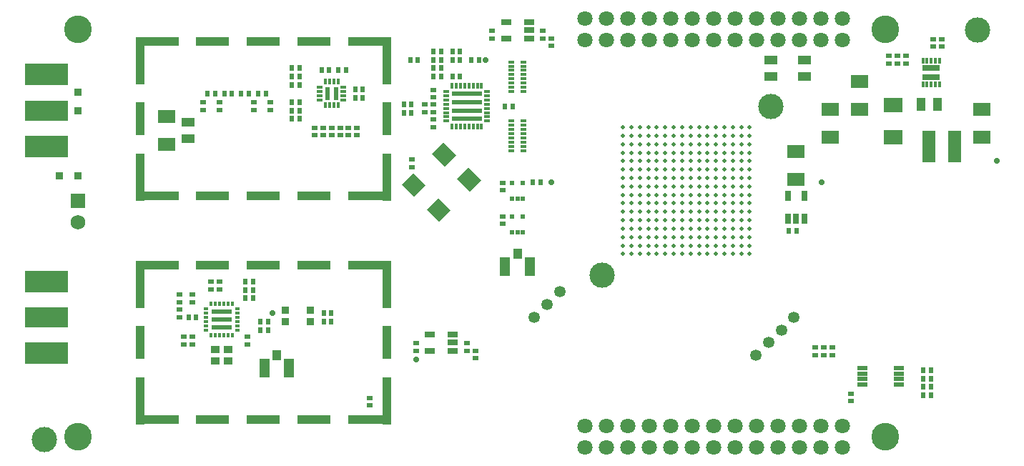
<source format=gts>
G04 (created by PCBNEW (2013-mar-25)-stable) date Wednesday, January 13, 2016 08:40:10 PM*
%MOIN*%
G04 Gerber Fmt 3.4, Leading zero omitted, Abs format*
%FSLAX34Y34*%
G01*
G70*
G90*
G04 APERTURE LIST*
%ADD10C,0.006*%
%ADD11R,0.058937X0.038937*%
%ADD12R,0.019685X0.0275591*%
%ADD13R,0.0826772X0.0629921*%
%ADD14R,0.0629921X0.145669*%
%ADD15R,0.0433071X0.0452756*%
%ADD16R,0.0452756X0.0905512*%
%ADD17R,0.0346457X0.038189*%
%ADD18R,0.0448819X0.0346457*%
%ADD19R,0.0314961X0.015748*%
%ADD20C,0.11811*%
%ADD21R,0.0314961X0.0137795*%
%ADD22R,0.0137795X0.0314961*%
%ADD23R,0.139764X0.0226378*%
%ADD24R,0.139764X0.023622*%
%ADD25R,0.0275591X0.0452756*%
%ADD26R,0.0452756X0.0275591*%
%ADD27C,0.019685*%
%ADD28R,0.0137795X0.0275591*%
%ADD29R,0.0826772X0.0255906*%
%ADD30R,0.023622X0.0137795*%
%ADD31R,0.0137795X0.023622*%
%ADD32R,0.0944882X0.023622*%
%ADD33R,0.0944882X0.019685*%
%ADD34R,0.0226378X0.0610236*%
%ADD35C,0.0708661*%
%ADD36C,0.128937*%
%ADD37R,0.038937X0.058937*%
%ADD38R,0.0492126X0.0216535*%
%ADD39R,0.019685X0.023622*%
%ADD40C,0.0531496*%
%ADD41R,0.0354331X0.0354331*%
%ADD42R,0.0688976X0.0688976*%
%ADD43C,0.0688976*%
%ADD44C,0.0275591*%
%ADD45R,0.203937X0.0940945*%
%ADD46R,0.203937X0.0990157*%
%ADD47R,0.0905512X0.0708661*%
%ADD48R,0.0275591X0.019685*%
%ADD49R,0.2X0.0433071*%
%ADD50R,0.0433071X0.222441*%
%ADD51R,0.153543X0.0433071*%
%ADD52R,0.0433071X0.153543*%
G04 APERTURE END LIST*
G54D10*
G54D11*
X66535Y-32072D03*
X66535Y-31312D03*
G54D12*
X50118Y-32086D03*
X50472Y-32086D03*
X41161Y-43897D03*
X41515Y-43897D03*
G54D13*
X36811Y-35236D03*
X36811Y-33937D03*
G54D12*
X40472Y-41633D03*
X40826Y-41633D03*
G54D14*
X72332Y-35334D03*
X73533Y-35334D03*
G54D15*
X41929Y-45068D03*
G54D16*
X42509Y-45669D03*
X41348Y-45669D03*
G54D17*
X43509Y-42970D03*
X42316Y-42970D03*
X42316Y-43505D03*
X43509Y-43505D03*
G54D18*
X39064Y-45332D03*
X39675Y-45332D03*
X39675Y-44824D03*
X39064Y-44824D03*
G54D19*
X52854Y-34153D03*
X53444Y-34153D03*
X52854Y-34350D03*
X53444Y-34350D03*
X52854Y-34547D03*
X53444Y-34547D03*
X52854Y-34744D03*
X53444Y-34744D03*
X52854Y-34940D03*
X53444Y-34940D03*
X52854Y-35137D03*
X53444Y-35137D03*
X52854Y-35334D03*
X53444Y-35334D03*
X52854Y-35531D03*
X53444Y-35531D03*
X52854Y-31397D03*
X53444Y-31397D03*
X52854Y-31594D03*
X53444Y-31594D03*
X52854Y-31791D03*
X53444Y-31791D03*
X52854Y-31988D03*
X53444Y-31988D03*
X52854Y-32185D03*
X53444Y-32185D03*
X52854Y-32381D03*
X53444Y-32381D03*
X52854Y-32578D03*
X53444Y-32578D03*
X52854Y-32775D03*
X53444Y-32775D03*
G54D20*
X64960Y-33464D03*
X57086Y-41338D03*
G54D21*
X49842Y-32775D03*
X49842Y-32972D03*
X49842Y-33169D03*
X49842Y-33366D03*
X49842Y-33562D03*
X49842Y-33759D03*
X49842Y-33956D03*
X49842Y-34153D03*
G54D22*
X50098Y-34409D03*
X50295Y-34409D03*
X50492Y-34409D03*
X50688Y-34409D03*
X50885Y-34409D03*
X51082Y-34409D03*
X51279Y-34409D03*
X51476Y-34409D03*
G54D21*
X51732Y-34153D03*
X51732Y-33956D03*
X51732Y-33759D03*
X51732Y-33562D03*
X51732Y-33366D03*
X51732Y-33169D03*
X51732Y-32972D03*
X51732Y-32775D03*
G54D22*
X51476Y-32519D03*
X51279Y-32519D03*
X51082Y-32519D03*
X50885Y-32519D03*
X50688Y-32519D03*
X50492Y-32519D03*
X50295Y-32519D03*
X50098Y-32519D03*
G54D23*
X50787Y-34050D03*
G54D24*
X50787Y-33661D03*
X50787Y-33267D03*
G54D23*
X50787Y-32878D03*
G54D25*
X65767Y-38720D03*
X66141Y-38720D03*
X66515Y-38720D03*
X66515Y-37657D03*
X65767Y-37657D03*
G54D26*
X50137Y-44862D03*
X50137Y-44488D03*
X50137Y-44114D03*
X49074Y-44114D03*
X49074Y-44862D03*
X53681Y-30295D03*
X53681Y-29921D03*
X53681Y-29547D03*
X52618Y-29547D03*
X52618Y-30295D03*
G54D27*
X58070Y-40354D03*
X58070Y-39960D03*
X58070Y-39566D03*
X58070Y-39173D03*
X58070Y-38779D03*
X58070Y-38385D03*
X58070Y-37992D03*
X58070Y-37598D03*
X58070Y-37204D03*
X58070Y-36811D03*
X58070Y-36417D03*
X58070Y-36023D03*
X58070Y-35629D03*
X58070Y-35236D03*
X58070Y-34842D03*
X58070Y-34448D03*
X58464Y-40354D03*
X58464Y-39960D03*
X58464Y-39566D03*
X58464Y-39173D03*
X58464Y-38779D03*
X58464Y-38385D03*
X58464Y-37992D03*
X58464Y-37598D03*
X58464Y-37204D03*
X58464Y-36811D03*
X58464Y-36417D03*
X58464Y-36023D03*
X58464Y-35629D03*
X58464Y-35236D03*
X58464Y-34842D03*
X58464Y-34448D03*
X58858Y-40354D03*
X58858Y-39960D03*
X58858Y-39566D03*
X58858Y-39173D03*
X58858Y-38779D03*
X58858Y-38385D03*
X58858Y-37992D03*
X58858Y-37598D03*
X58858Y-37204D03*
X58858Y-36811D03*
X58858Y-36417D03*
X58858Y-36023D03*
X58858Y-35629D03*
X58858Y-35236D03*
X58858Y-34842D03*
X58858Y-34448D03*
X59251Y-40354D03*
X59251Y-39960D03*
X59251Y-39566D03*
X59251Y-39173D03*
X59251Y-38779D03*
X59251Y-38385D03*
X59251Y-37992D03*
X59251Y-37598D03*
X59251Y-37204D03*
X59251Y-36811D03*
X59251Y-36417D03*
X59251Y-36023D03*
X59251Y-35629D03*
X59251Y-35236D03*
X59251Y-34842D03*
X59251Y-34448D03*
X59645Y-40354D03*
X59645Y-39960D03*
X59645Y-39566D03*
X59645Y-39173D03*
X59645Y-38779D03*
X59645Y-38385D03*
X59645Y-37992D03*
X59645Y-37598D03*
X59645Y-37204D03*
X59645Y-36811D03*
X59645Y-36417D03*
X59645Y-36023D03*
X59645Y-35629D03*
X59645Y-35236D03*
X59645Y-34842D03*
X59645Y-34448D03*
X60039Y-40354D03*
X60039Y-39960D03*
X60039Y-39566D03*
X60039Y-39173D03*
X60039Y-38779D03*
X60039Y-38385D03*
X60039Y-37992D03*
X60039Y-37598D03*
X60039Y-37204D03*
X60039Y-36811D03*
X60039Y-36417D03*
X60039Y-36023D03*
X60039Y-35629D03*
X60039Y-35236D03*
X60039Y-34842D03*
X60039Y-34448D03*
X60433Y-40354D03*
X60433Y-39960D03*
X60433Y-39566D03*
X60433Y-39173D03*
X60433Y-38779D03*
X60433Y-38385D03*
X60433Y-37992D03*
X60433Y-37598D03*
X60433Y-37204D03*
X60433Y-36811D03*
X60433Y-36417D03*
X60433Y-36023D03*
X60433Y-35629D03*
X60433Y-35236D03*
X60433Y-34842D03*
X60433Y-34448D03*
X60826Y-40354D03*
X60826Y-39960D03*
X60826Y-39566D03*
X60826Y-39173D03*
X60826Y-38779D03*
X60826Y-38385D03*
X60826Y-37992D03*
X60826Y-37598D03*
X60826Y-37204D03*
X60826Y-36811D03*
X60826Y-36417D03*
X60826Y-36023D03*
X60826Y-35629D03*
X60826Y-35236D03*
X60826Y-34842D03*
X60826Y-34448D03*
X61220Y-40354D03*
X61220Y-39960D03*
X61220Y-39566D03*
X61220Y-39173D03*
X61220Y-38779D03*
X61220Y-38385D03*
X61220Y-37992D03*
X61220Y-37598D03*
X61220Y-37204D03*
X61220Y-36811D03*
X61220Y-36417D03*
X61220Y-36023D03*
X61220Y-35629D03*
X61220Y-35236D03*
X61220Y-34842D03*
X61220Y-34448D03*
X61614Y-40354D03*
X61614Y-39960D03*
X61614Y-39566D03*
X61614Y-39173D03*
X61614Y-38779D03*
X61614Y-38385D03*
X61614Y-37992D03*
X61614Y-37598D03*
X61614Y-37204D03*
X61614Y-36811D03*
X61614Y-36417D03*
X61614Y-36023D03*
X61614Y-35629D03*
X61614Y-35236D03*
X61614Y-34842D03*
X61614Y-34448D03*
X62007Y-40354D03*
X62007Y-39960D03*
X62007Y-39566D03*
X62007Y-39173D03*
X62007Y-38779D03*
X62007Y-38385D03*
X62007Y-37992D03*
X62007Y-37598D03*
X62007Y-37204D03*
X62007Y-36811D03*
X62007Y-36417D03*
X62007Y-36023D03*
X62007Y-35629D03*
X62007Y-35236D03*
X62007Y-34842D03*
X62007Y-34448D03*
X62401Y-40354D03*
X62401Y-39960D03*
X62401Y-39566D03*
X62401Y-39173D03*
X62401Y-38779D03*
X62401Y-38385D03*
X62401Y-37992D03*
X62401Y-37598D03*
X62401Y-37204D03*
X62401Y-36811D03*
X62401Y-36417D03*
X62401Y-36023D03*
X62401Y-35629D03*
X62401Y-35236D03*
X62401Y-34842D03*
X62401Y-34448D03*
X62795Y-40354D03*
X62795Y-39960D03*
X62795Y-39566D03*
X62795Y-39173D03*
X62795Y-38779D03*
X62795Y-38385D03*
X62795Y-37992D03*
X62795Y-37598D03*
X62795Y-37204D03*
X62795Y-36811D03*
X62795Y-36417D03*
X62795Y-36023D03*
X62795Y-35629D03*
X62795Y-35236D03*
X62795Y-34842D03*
X62795Y-34448D03*
X63188Y-40354D03*
X63188Y-39960D03*
X63188Y-39566D03*
X63188Y-39173D03*
X63188Y-38779D03*
X63188Y-38385D03*
X63188Y-37992D03*
X63188Y-37598D03*
X63188Y-37204D03*
X63188Y-36811D03*
X63188Y-36417D03*
X63188Y-36023D03*
X63188Y-35629D03*
X63188Y-35236D03*
X63188Y-34842D03*
X63188Y-34448D03*
X63582Y-40354D03*
X63582Y-39960D03*
X63582Y-39566D03*
X63582Y-39173D03*
X63582Y-38779D03*
X63582Y-38385D03*
X63582Y-37992D03*
X63582Y-37598D03*
X63582Y-37204D03*
X63582Y-36811D03*
X63582Y-36417D03*
X63582Y-36023D03*
X63582Y-35629D03*
X63582Y-35236D03*
X63582Y-34842D03*
X63582Y-34448D03*
X63976Y-40354D03*
X63976Y-39960D03*
X63976Y-39566D03*
X63976Y-39173D03*
X63976Y-38779D03*
X63976Y-38385D03*
X63976Y-37992D03*
X63976Y-37598D03*
X63976Y-37204D03*
X63976Y-36811D03*
X63976Y-36417D03*
X63976Y-36023D03*
X63976Y-35629D03*
X63976Y-35236D03*
X63976Y-34842D03*
X63976Y-34448D03*
G54D28*
X72047Y-31338D03*
X72244Y-31338D03*
X72440Y-31338D03*
X72637Y-31338D03*
X72834Y-31338D03*
X72637Y-32440D03*
X72834Y-32440D03*
X72440Y-32440D03*
X72244Y-32440D03*
X72047Y-32440D03*
G54D29*
X72440Y-31683D03*
X72440Y-32096D03*
G54D30*
X38641Y-42913D03*
X38641Y-43110D03*
X38641Y-43307D03*
X38641Y-43503D03*
X38641Y-43700D03*
X38641Y-43897D03*
G54D31*
X38877Y-44133D03*
X39074Y-44133D03*
X39271Y-44133D03*
X39468Y-44133D03*
X39665Y-44133D03*
X39862Y-44133D03*
G54D30*
X40098Y-43897D03*
X40098Y-43700D03*
X40098Y-43503D03*
X40098Y-43307D03*
X40098Y-43110D03*
X40098Y-42913D03*
G54D31*
X39862Y-42677D03*
X39665Y-42677D03*
X39468Y-42677D03*
X39271Y-42677D03*
X39074Y-42677D03*
X38877Y-42677D03*
G54D32*
X39370Y-43405D03*
G54D33*
X39370Y-43031D03*
X39370Y-43779D03*
G54D22*
X44192Y-33425D03*
X44389Y-33425D03*
X44586Y-33425D03*
X44783Y-33425D03*
G54D21*
X45039Y-33169D03*
X45039Y-32972D03*
X45039Y-32775D03*
X45039Y-32578D03*
G54D22*
X44783Y-32322D03*
X44586Y-32322D03*
X44389Y-32322D03*
X44192Y-32322D03*
G54D21*
X43937Y-32578D03*
X43937Y-32775D03*
X43937Y-32972D03*
X43937Y-33169D03*
G54D34*
X44296Y-32874D03*
X44680Y-32874D03*
G54D35*
X68305Y-48370D03*
X68305Y-49370D03*
X67305Y-48370D03*
X67305Y-49370D03*
X66305Y-48370D03*
X66305Y-49370D03*
X65305Y-48370D03*
X65305Y-49370D03*
X64305Y-48370D03*
X64305Y-49370D03*
X63305Y-48370D03*
X63305Y-49370D03*
X62305Y-48370D03*
X62305Y-49370D03*
X61305Y-48370D03*
X61305Y-49370D03*
X60305Y-48370D03*
X60305Y-49370D03*
X59305Y-48370D03*
X59305Y-49370D03*
X58305Y-48370D03*
X58305Y-49370D03*
X57305Y-48370D03*
X57305Y-49370D03*
X56305Y-48370D03*
X56305Y-49370D03*
X68305Y-29370D03*
X68305Y-30370D03*
X67305Y-29370D03*
X67305Y-30370D03*
X66305Y-29370D03*
X66305Y-30370D03*
X65305Y-29370D03*
X65305Y-30370D03*
X64305Y-29370D03*
X64305Y-30370D03*
X63305Y-29370D03*
X63305Y-30370D03*
X62305Y-29370D03*
X62305Y-30370D03*
X61305Y-29370D03*
X61305Y-30370D03*
X60305Y-29370D03*
X60305Y-30370D03*
X59305Y-29370D03*
X59305Y-30370D03*
X58305Y-29370D03*
X58305Y-30370D03*
X57305Y-29370D03*
X57305Y-30370D03*
X56305Y-29370D03*
X56305Y-30370D03*
G54D36*
X70305Y-29870D03*
X70305Y-48870D03*
X32677Y-29870D03*
X32677Y-48870D03*
G54D37*
X72722Y-33366D03*
X71962Y-33366D03*
G54D13*
X69094Y-32322D03*
X69094Y-33622D03*
X66141Y-36870D03*
X66141Y-35570D03*
X67716Y-34901D03*
X67716Y-33602D03*
X74803Y-34901D03*
X74803Y-33602D03*
G54D38*
X70935Y-46446D03*
X70935Y-46190D03*
X70935Y-45935D03*
X70935Y-45679D03*
X69222Y-45679D03*
X69222Y-45935D03*
X69222Y-46190D03*
X69222Y-46446D03*
G54D39*
X52893Y-37775D03*
X53149Y-37775D03*
X53405Y-37775D03*
X53405Y-37027D03*
X52893Y-37027D03*
G54D20*
X31102Y-49015D03*
G54D11*
X64960Y-31312D03*
X64960Y-32072D03*
G54D40*
X65452Y-43897D03*
X64271Y-45078D03*
X64862Y-44488D03*
X66043Y-43307D03*
G54D11*
X37795Y-34966D03*
X37795Y-34206D03*
G54D41*
X32677Y-32795D03*
X32677Y-33661D03*
G54D42*
X32677Y-37885D03*
G54D43*
X32677Y-38885D03*
G54D44*
X54724Y-37007D03*
X41732Y-43110D03*
G54D40*
X55118Y-42125D03*
X54527Y-42716D03*
X53937Y-43307D03*
G54D44*
X48425Y-45275D03*
X51673Y-31299D03*
X67322Y-37007D03*
X75492Y-36023D03*
G54D45*
X31185Y-43307D03*
G54D46*
X31185Y-44982D03*
X31185Y-41631D03*
G54D45*
X31185Y-33661D03*
G54D46*
X31185Y-35336D03*
X31185Y-31986D03*
G54D47*
X70669Y-34913D03*
X70669Y-33393D03*
G54D48*
X51181Y-44862D03*
X51181Y-45216D03*
X54724Y-30295D03*
X54724Y-30649D03*
G54D12*
X72066Y-46948D03*
X72421Y-46948D03*
X72066Y-45767D03*
X72421Y-45767D03*
X49586Y-30905D03*
X49232Y-30905D03*
X50472Y-30905D03*
X50118Y-30905D03*
X51358Y-31299D03*
X51003Y-31299D03*
X50118Y-31299D03*
X50472Y-31299D03*
G54D48*
X70472Y-31476D03*
X70472Y-31122D03*
G54D12*
X49586Y-31299D03*
X49232Y-31299D03*
X49586Y-31692D03*
X49232Y-31692D03*
G54D48*
X50787Y-44862D03*
X50787Y-44507D03*
X48425Y-44862D03*
X48425Y-44507D03*
X54330Y-30295D03*
X54330Y-29940D03*
X51968Y-30295D03*
X51968Y-29940D03*
X71259Y-31122D03*
X71259Y-31476D03*
X68700Y-47224D03*
X68700Y-46870D03*
X70866Y-31476D03*
X70866Y-31122D03*
X72539Y-30334D03*
X72539Y-30688D03*
G54D12*
X42992Y-34055D03*
X42637Y-34055D03*
X42637Y-31692D03*
X42992Y-31692D03*
X65807Y-39271D03*
X66161Y-39271D03*
X53858Y-37007D03*
X54212Y-37007D03*
X48503Y-31299D03*
X48149Y-31299D03*
G54D48*
X48818Y-33385D03*
X48818Y-33740D03*
G54D12*
X47854Y-33366D03*
X48208Y-33366D03*
X47854Y-33759D03*
X48208Y-33759D03*
G54D48*
X72933Y-30688D03*
X72933Y-30334D03*
X44881Y-34468D03*
X44881Y-34822D03*
G54D12*
X42637Y-32480D03*
X42992Y-32480D03*
X42637Y-33267D03*
X42992Y-33267D03*
G54D48*
X46259Y-47066D03*
X46259Y-47421D03*
G54D12*
X44114Y-43503D03*
X44468Y-43503D03*
G54D48*
X67027Y-44704D03*
X67027Y-45059D03*
X67814Y-44704D03*
X67814Y-45059D03*
X67421Y-44704D03*
X67421Y-45059D03*
G54D12*
X72421Y-46555D03*
X72066Y-46555D03*
X72421Y-46161D03*
X72066Y-46161D03*
G54D48*
X45275Y-34822D03*
X45275Y-34468D03*
G54D12*
X44803Y-31791D03*
X45157Y-31791D03*
X44370Y-31791D03*
X44015Y-31791D03*
G54D48*
X43700Y-34822D03*
X43700Y-34468D03*
X44094Y-34822D03*
X44094Y-34468D03*
X45669Y-34822D03*
X45669Y-34468D03*
X52460Y-37027D03*
X52460Y-37381D03*
G54D12*
X42637Y-32086D03*
X42992Y-32086D03*
X42637Y-33661D03*
X42992Y-33661D03*
X52578Y-33464D03*
X52933Y-33464D03*
G54D48*
X49212Y-34429D03*
X49212Y-34074D03*
G54D12*
X49232Y-32086D03*
X49586Y-32086D03*
G54D48*
X49212Y-33385D03*
X49212Y-33740D03*
G54D12*
X41161Y-43503D03*
X41515Y-43503D03*
G54D48*
X37992Y-42244D03*
X37992Y-42598D03*
X40551Y-44212D03*
X40551Y-44566D03*
X38877Y-41653D03*
X38877Y-42007D03*
X39271Y-41653D03*
X39271Y-42007D03*
X37992Y-44212D03*
X37992Y-44566D03*
G54D12*
X44114Y-43110D03*
X44468Y-43110D03*
X40472Y-42027D03*
X40826Y-42027D03*
X40472Y-42421D03*
X40826Y-42421D03*
X38700Y-32874D03*
X39055Y-32874D03*
X39488Y-32874D03*
X39842Y-32874D03*
X40275Y-32874D03*
X40629Y-32874D03*
X41062Y-32874D03*
X41417Y-32874D03*
G54D48*
X37401Y-43307D03*
X37401Y-42952D03*
X44488Y-34468D03*
X44488Y-34822D03*
G54D12*
X45590Y-33070D03*
X45944Y-33070D03*
X45590Y-32677D03*
X45944Y-32677D03*
G54D48*
X49212Y-32696D03*
X49212Y-33051D03*
X37598Y-44212D03*
X37598Y-44566D03*
X37401Y-42244D03*
X37401Y-42598D03*
X38484Y-33287D03*
X38484Y-33641D03*
X39271Y-33287D03*
X39271Y-33641D03*
X40846Y-33287D03*
X40846Y-33641D03*
X41633Y-33287D03*
X41633Y-33641D03*
G54D12*
X37814Y-43307D03*
X38169Y-43307D03*
G54D48*
X48228Y-36299D03*
X48228Y-35944D03*
G54D15*
X53149Y-40344D03*
G54D16*
X53730Y-40944D03*
X52568Y-40944D03*
G54D48*
X52460Y-38602D03*
X52460Y-38956D03*
G54D39*
X52893Y-39350D03*
X53149Y-39350D03*
X53405Y-39350D03*
X53405Y-38602D03*
X52893Y-38602D03*
G54D10*
G36*
X50040Y-38327D02*
X49511Y-38856D01*
X48927Y-38271D01*
X49455Y-37742D01*
X50040Y-38327D01*
X50040Y-38327D01*
G37*
G36*
X51454Y-36913D02*
X50925Y-37442D01*
X50341Y-36857D01*
X50870Y-36328D01*
X51454Y-36913D01*
X51454Y-36913D01*
G37*
G36*
X50285Y-35743D02*
X49756Y-36272D01*
X49172Y-35688D01*
X49700Y-35159D01*
X50285Y-35743D01*
X50285Y-35743D01*
G37*
G36*
X48871Y-37158D02*
X48342Y-37687D01*
X47757Y-37102D01*
X48286Y-36573D01*
X48871Y-37158D01*
X48871Y-37158D01*
G37*
G54D20*
X74606Y-29921D03*
G54D49*
X46263Y-37657D03*
G54D50*
X47047Y-36761D03*
G54D51*
X43669Y-37657D03*
X41307Y-37657D03*
X38944Y-37657D03*
G54D49*
X36350Y-37657D03*
G54D50*
X35566Y-36761D03*
G54D52*
X35566Y-34055D03*
G54D50*
X35566Y-31348D03*
G54D49*
X36350Y-30452D03*
G54D51*
X38944Y-30452D03*
X41307Y-30452D03*
G54D52*
X47047Y-34055D03*
G54D50*
X47047Y-31348D03*
G54D49*
X46263Y-30452D03*
G54D51*
X43669Y-30452D03*
G54D49*
X46263Y-48090D03*
G54D50*
X47047Y-47194D03*
G54D51*
X43669Y-48090D03*
X41307Y-48090D03*
X38944Y-48090D03*
G54D49*
X36350Y-48090D03*
G54D50*
X35566Y-47194D03*
G54D52*
X35566Y-44488D03*
G54D50*
X35566Y-41781D03*
G54D49*
X36350Y-40885D03*
G54D51*
X38944Y-40885D03*
X41307Y-40885D03*
G54D52*
X47047Y-44488D03*
G54D50*
X47047Y-41781D03*
G54D49*
X46263Y-40885D03*
G54D51*
X43669Y-40885D03*
G54D41*
X31811Y-36712D03*
X32677Y-36712D03*
M02*

</source>
